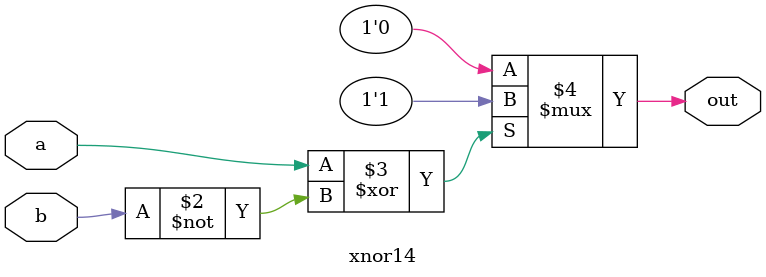
<source format=v>
module xnor14 (
    input wire a,
    input wire b,
    output reg out
);

    always @(*) begin
        out = (a ^ b == 1'b0) ? 1'b1 : 1'b0;
    end
    
endmodule

</source>
